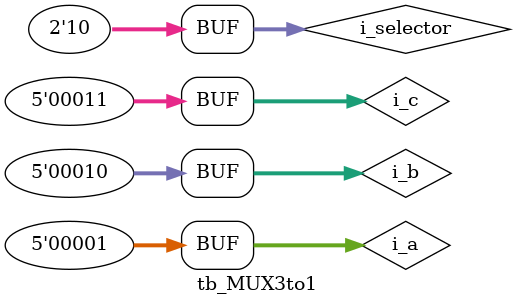
<source format=v>
`timescale 1ns / 1ps
module tb_MUX3to1();

    reg [4 : 0] i_a;
    reg [4 : 0] i_b;
    reg [4 : 0] i_c;
    reg [1 : 0] i_selector;
    wire [4 : 0] salida;

    initial begin
        #100
        i_a = 1;
        i_b = 2;
        i_c = 3;
        i_selector = 2'b00;

        #10
        i_selector = 2'b01;
        #10
        i_selector = 2'b11;
        #10
        i_selector = 2'b10;

    end
    MUX3to1 #(.LEN(5))
        u_MUX3to1(
                 .i_selector(i_selector),
                 .i_entradaMUX_0(i_a),
                 .i_entradaMUX_1(i_b),
                 .i_entradaMUX_2(i_c),
                 .o_salidaMUX(salida)
                 );
endmodule

</source>
